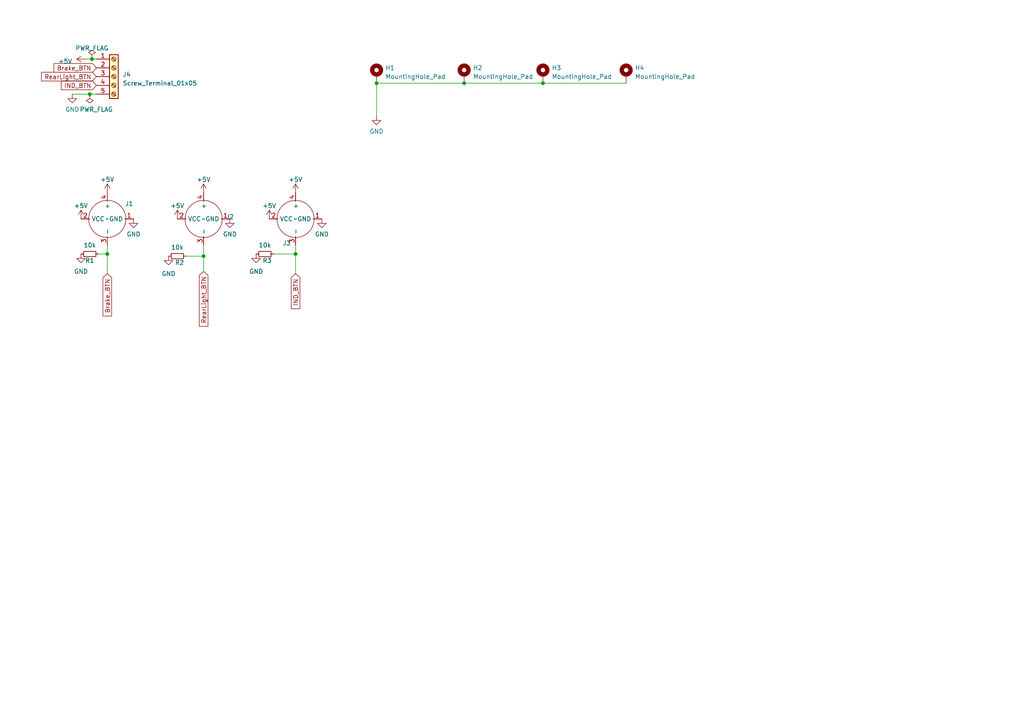
<source format=kicad_sch>
(kicad_sch (version 20230121) (generator eeschema)
  (paper "A4")
  (lib_symbols
    (symbol "Button_Switch:5V_LED_SWITCH"
      (property "Reference" "J" (at 0 0 0))
      (symbol "5V_LED_SWITCH_0_1"
        (circle (center 0 0) (radius 5.3882))
      )
      (symbol "5V_LED_SWITCH_1_1"
        (pin power_in line (at 7.62 0 180) (length 2.54) (name "GND") (number "1"))
        (pin power_in line (at -7.62 0 0) (length 2.54) (name "VCC") (number "2"))
        (pin output line (at 0 -7.62 90) (length 2.54) (name "-") (number "3"))
        (pin input line (at 0 7.62 270) (length 2.54) (name "+") (number "4"))
      )
    )
    (symbol "Connector:Screw_Terminal_01x05" (pin_names (offset 1.016) hide)
      (property "Reference" "J" (at 0 7.62 0))
      (property "Value" "Screw_Terminal_01x05" (at 0 -7.62 0))
      (symbol "Screw_Terminal_01x05_1_1"
        (rectangle (start -1.27 6.35) (end 1.27 -6.35) (stroke (width 0.254)) (fill (type background)))
        (circle (center 0 -5.08) (radius 0.635) (stroke (width 0.1524)))
        (circle (center 0 -2.54) (radius 0.635) (stroke (width 0.1524)))
        (polyline (pts (xy -0.5334 -4.7498) (xy 0.3302 -5.588)) (stroke (width 0.1524)))
        (polyline (pts (xy -0.5334 -2.2098) (xy 0.3302 -3.048)) (stroke (width 0.1524)))
        (polyline (pts (xy -0.5334 0.3302) (xy 0.3302 -0.508)) (stroke (width 0.1524)))
        (polyline (pts (xy -0.5334 2.8702) (xy 0.3302 2.032)) (stroke (width 0.1524)))
        (polyline (pts (xy -0.5334 5.4102) (xy 0.3302 4.572)) (stroke (width 0.1524)))
        (polyline (pts (xy -0.3556 -4.572) (xy 0.508 -5.4102)) (stroke (width 0.1524)))
        (polyline (pts (xy -0.3556 -2.032) (xy 0.508 -2.8702)) (stroke (width 0.1524)))
        (polyline (pts (xy -0.3556 0.508) (xy 0.508 -0.3302)) (stroke (width 0.1524)))
        (polyline (pts (xy -0.3556 3.048) (xy 0.508 2.2098)) (stroke (width 0.1524)))
        (polyline (pts (xy -0.3556 5.588) (xy 0.508 4.7498)) (stroke (width 0.1524)))
        (circle (center 0 0) (radius 0.635) (stroke (width 0.1524)))
        (circle (center 0 2.54) (radius 0.635) (stroke (width 0.1524)))
        (circle (center 0 5.08) (radius 0.635) (stroke (width 0.1524)))
        (pin passive line (at -5.08 5.08 0) (length 3.81) (name "Pin_1") (number "1"))
        (pin passive line (at -5.08 2.54 0) (length 3.81) (name "Pin_2") (number "2"))
        (pin passive line (at -5.08 0 0) (length 3.81) (name "Pin_3") (number "3"))
        (pin passive line (at -5.08 -2.54 0) (length 3.81) (name "Pin_4") (number "4"))
        (pin passive line (at -5.08 -5.08 0) (length 3.81) (name "Pin_5") (number "5"))
      )
    )
    (symbol "Device:R_Small" (pin_numbers hide) (pin_names (offset 0.254) hide)
      (property "Reference" "R" (at 0.762 0.508 0))
      (property "Value" "R_Small" (at 0.762 -1.016 0))
      (symbol "R_Small_0_1"
        (rectangle (start -0.762 1.778) (end 0.762 -1.778) (stroke (width 0.2032)))
      )
      (symbol "R_Small_1_1"
        (pin passive line (at 0 2.54 270) (length 0.762) (name "~") (number "1"))
        (pin passive line (at 0 -2.54 90) (length 0.762) (name "~") (number "2"))
      )
    )
    (symbol "Mechanical:MountingHole_Pad" (pin_numbers hide) (pin_names (offset 1.016) hide)
      (property "Reference" "H" (at 0 6.35 0))
      (property "Value" "MountingHole_Pad" (at 0 4.445 0))
      (symbol "MountingHole_Pad_0_1"
        (circle (center 0 1.27) (radius 1.27) (stroke (width 1.27)))
      )
      (symbol "MountingHole_Pad_1_1"
        (pin input line (at 0 -2.54 90) (length 2.54) (name "1") (number "1"))
      )
    )
    (symbol "power:+5V" (power) (pin_names (offset 0))
      (property "Value" "+5V" (at 0 3.556 0))
      (symbol "+5V_0_1"
        (polyline (pts (xy -0.762 1.27) (xy 0 2.54)))
        (polyline (pts (xy 0 0) (xy 0 2.54)))
        (polyline (pts (xy 0 2.54) (xy 0.762 1.27)))
      )
      (symbol "+5V_1_1"
        (pin power_in line (at 0 0 90) (length 0) hide (name "+5V") (number "1"))
      )
    )
    (symbol "power:GND" (power) (pin_names (offset 0))
      (property "Value" "GND" (at 0 -3.81 0))
      (symbol "GND_0_1"
        (polyline (pts (xy 0 0) (xy 0 -1.27) (xy 1.27 -1.27) (xy 0 -2.54) (xy -1.27 -1.27) (xy 0 -1.27)))
      )
      (symbol "GND_1_1"
        (pin power_in line (at 0 0 270) (length 0) hide (name "GND") (number "1"))
      )
    )
    (symbol "power:PWR_FLAG" (power) (pin_numbers hide) (pin_names (offset 0) hide)
      (property "Value" "PWR_FLAG" (at 0 3.81 0))
      (symbol "PWR_FLAG_0_0"
        (pin power_out line (at 0 0 90) (length 0) (name "pwr") (number "1"))
      )
      (symbol "PWR_FLAG_0_1"
        (polyline (pts (xy 0 0) (xy 0 1.27) (xy -1.016 1.905) (xy 0 2.54) (xy 1.016 1.905) (xy 0 1.27)))
      )
    )
  )
  (junction (at 59.055 74.295))
  (junction (at 157.48 24.13))
  (junction (at 85.725 73.66))
  (junction (at 109.22 24.13))
  (junction (at 26.035 27.305))
  (junction (at 31.115 73.66))
  (junction (at 134.62 24.13))
  (junction (at 26.67 17.145))
  (wire (pts (xy 85.725 73.66) (xy 85.725 71.12)))
  (wire (pts (xy 26.035 27.305) (xy 27.94 27.305)))
  (wire (pts (xy 24.765 17.145) (xy 26.67 17.145)))
  (wire (pts (xy 31.115 73.66) (xy 28.575 73.66)))
  (wire (pts (xy 20.955 27.305) (xy 26.035 27.305)))
  (wire (pts (xy 85.725 79.375) (xy 85.725 73.66)))
  (wire (pts (xy 59.055 78.74) (xy 59.055 74.295)))
  (wire (pts (xy 157.48 24.13) (xy 181.61 24.13)))
  (wire (pts (xy 134.62 24.13) (xy 157.48 24.13)))
  (wire (pts (xy 109.22 24.13) (xy 134.62 24.13)))
  (wire (pts (xy 85.725 73.66) (xy 79.375 73.66)))
  (wire (pts (xy 109.22 24.13) (xy 109.22 33.655)))
  (wire (pts (xy 31.115 79.375) (xy 31.115 73.66)))
  (wire (pts (xy 53.975 74.295) (xy 59.055 74.295)))
  (wire (pts (xy 26.67 17.145) (xy 27.94 17.145)))
  (wire (pts (xy 31.115 73.66) (xy 31.115 71.12)))
  (wire (pts (xy 59.055 74.295) (xy 59.055 71.12)))
  (global_label "Brake_BTN" (shape input) (at 31.115 79.375 270) (property "Intersheetrefs" "${INTERSHEET_REFS}" (effects hide)))
  (global_label "Brake_BTN" (shape input) (at 27.94 19.685 180) (property "Intersheetrefs" "${INTERSHEET_REFS}" (effects hide)))
  (global_label "IND_BTN" (shape input) (at 27.94 24.765 180) (property "Intersheetrefs" "${INTERSHEET_REFS}" (effects hide)))
  (global_label "IND_BTN" (shape input) (at 85.725 79.375 270) (property "Intersheetrefs" "${INTERSHEET_REFS}" (effects hide)))
  (global_label "RearLight_BTN" (shape input) (at 27.94 22.225 180) (property "Intersheetrefs" "${INTERSHEET_REFS}" (effects hide)))
  (global_label "RearLight_BTN" (shape input) (at 59.055 78.74 270) (property "Intersheetrefs" "${INTERSHEET_REFS}" (effects hide)))
  (symbol (lib_id "Device:R_Small") (at 26.035 73.66 270) (unit 1)
    (property "Reference" "R1" (at 26.035 75.565 90))
    (property "Value" "10k" (at 26.035 71.12 90))
    (property "Footprint" "Resistor_SMD:R_0603_1608Metric" (effects hide))
  )
  (symbol (lib_id "Button_Switch:5V_LED_SWITCH") (at 31.115 63.5 0) (unit 1)
    (property "Reference" "J1" (at 37.465 59.055 0))
    (property "Value" "~" (at 31.115 63.5 0))
    (property "Footprint" "Button_Switch:5V_LED_BTN" (effects hide))
  )
  (symbol (lib_id "Button_Switch:5V_LED_SWITCH") (at 59.055 63.5 0) (unit 1)
    (property "Reference" "J2" (at 66.675 62.9159 0))
    (property "Value" "~" (at 59.055 63.5 0))
    (property "Footprint" "Button_Switch:5V_LED_BTN" (effects hide))
  )
  (symbol (lib_id "power:GND") (at 93.345 63.5 0) (unit 1)
    (property "Reference" "#PWR09" (effects hide))
    (property "Value" "GND" (at 93.345 67.945 0))
  )
  (symbol (lib_id "Mechanical:MountingHole_Pad") (at 134.62 21.59 0) (unit 1)
    (property "Reference" "H2" (at 137.16 19.685 0) (effects (justify left)))
    (property "Value" "MountingHole_Pad" (at 137.16 22.225 0) (effects (justify left)))
    (property "Footprint" "MountingHole:MountingHole_3.2mm_M3_DIN965_Pad" (effects hide))
  )
  (symbol (lib_id "power:PWR_FLAG") (at 26.035 27.305 180) (unit 1)
    (property "Reference" "#FLG02" (effects hide))
    (property "Value" "PWR_FLAG" (at 27.94 31.75 0))
  )
  (symbol (lib_id "power:+5V") (at 78.105 63.5 0) (unit 1)
    (property "Reference" "#PWR05" (effects hide))
    (property "Value" "+5V" (at 78.105 59.69 0))
  )
  (symbol (lib_id "Device:R_Small") (at 76.835 73.66 270) (unit 1)
    (property "Reference" "R3" (at 77.47 75.565 90))
    (property "Value" "10k" (at 76.835 71.12 90))
    (property "Footprint" "Resistor_SMD:R_0603_1608Metric" (effects hide))
  )
  (symbol (lib_id "Device:R_Small") (at 51.435 74.295 270) (unit 1)
    (property "Reference" "R2" (at 52.07 76.2 90))
    (property "Value" "10k" (at 51.435 71.755 90))
    (property "Footprint" "Resistor_SMD:R_0603_1608Metric" (effects hide))
  )
  (symbol (lib_id "power:GND") (at 38.735 63.5 0) (unit 1)
    (property "Reference" "#PWR07" (effects hide))
    (property "Value" "GND" (at 38.735 67.945 0))
  )
  (symbol (lib_id "power:+5V") (at 24.765 17.145 90) (unit 1)
    (property "Reference" "#PWR01" (effects hide))
    (property "Value" "+5V" (at 20.955 17.78 90) (effects (justify left)))
  )
  (symbol (lib_id "power:GND") (at 66.675 63.5 0) (unit 1)
    (property "Reference" "#PWR08" (effects hide))
    (property "Value" "GND" (at 66.675 67.945 0))
  )
  (symbol (lib_id "power:GND") (at 74.295 73.66 0) (unit 1)
    (property "Reference" "#PWR011" (effects hide))
    (property "Value" "GND" (at 74.295 78.74 0))
  )
  (symbol (lib_id "power:GND") (at 20.955 27.305 0) (unit 1)
    (property "Reference" "#PWR02" (effects hide))
    (property "Value" "GND" (at 20.955 31.75 0))
  )
  (symbol (lib_id "Button_Switch:5V_LED_SWITCH") (at 85.725 63.5 0) (unit 1)
    (property "Reference" "J3" (at 83.185 70.485 0))
    (property "Value" "~" (at 85.725 63.5 0))
    (property "Footprint" "Button_Switch:5V_LED_BTN" (effects hide))
  )
  (symbol (lib_id "power:GND") (at 23.495 73.66 0) (unit 1)
    (property "Reference" "#PWR06" (effects hide))
    (property "Value" "GND" (at 23.495 78.74 0))
  )
  (symbol (lib_id "Mechanical:MountingHole_Pad") (at 181.61 21.59 0) (unit 1)
    (property "Reference" "H4" (at 184.15 19.685 0) (effects (justify left)))
    (property "Value" "MountingHole_Pad" (at 184.15 22.225 0) (effects (justify left)))
    (property "Footprint" "MountingHole:MountingHole_3.2mm_M3_DIN965_Pad" (effects hide))
  )
  (symbol (lib_id "power:+5V") (at 51.435 63.5 0) (unit 1)
    (property "Reference" "#PWR04" (effects hide))
    (property "Value" "+5V" (at 51.435 59.69 0))
  )
  (symbol (lib_id "power:GND") (at 109.22 33.655 0) (unit 1)
    (property "Reference" "#PWR015" (effects hide))
    (property "Value" "GND" (at 109.22 38.1 0))
  )
  (symbol (lib_id "Mechanical:MountingHole_Pad") (at 157.48 21.59 0) (unit 1)
    (property "Reference" "H3" (at 160.02 19.685 0) (effects (justify left)))
    (property "Value" "MountingHole_Pad" (at 160.02 22.225 0) (effects (justify left)))
    (property "Footprint" "MountingHole:MountingHole_3.2mm_M3_DIN965_Pad" (effects hide))
  )
  (symbol (lib_id "Mechanical:MountingHole_Pad") (at 109.22 21.59 0) (unit 1)
    (property "Reference" "H1" (at 111.76 19.685 0) (effects (justify left)))
    (property "Value" "MountingHole_Pad" (at 111.76 22.225 0) (effects (justify left)))
    (property "Footprint" "MountingHole:MountingHole_3.2mm_M3_DIN965_Pad" (effects hide))
  )
  (symbol (lib_id "power:GND") (at 48.895 74.295 0) (unit 1)
    (property "Reference" "#PWR010" (effects hide))
    (property "Value" "GND" (at 48.895 79.375 0))
  )
  (symbol (lib_id "Connector:Screw_Terminal_01x05") (at 33.02 22.225 0) (unit 1)
    (property "Reference" "J4" (at 35.56 21.59 0) (effects (justify left)))
    (property "Value" "Screw_Terminal_01x05" (at 35.56 24.13 0) (effects (justify left)))
    (property "Footprint" "TerminalBlock_TE-Connectivity:TerminalBlock_TE_282834-5_1x05_P2.54mm_Horizontal" (effects hide))
  )
  (symbol (lib_id "power:PWR_FLAG") (at 26.67 17.145 0) (unit 1)
    (property "Reference" "#FLG01" (effects hide))
    (property "Value" "PWR_FLAG" (at 26.67 13.97 0))
  )
  (symbol (lib_id "power:+5V") (at 23.495 63.5 0) (unit 1)
    (property "Reference" "#PWR03" (effects hide))
    (property "Value" "+5V" (at 23.495 59.69 0))
  )
  (symbol (lib_id "power:+5V") (at 31.115 55.88 0) (unit 1)
    (property "Reference" "#PWR012" (effects hide))
    (property "Value" "+5V" (at 31.115 52.07 0))
  )
  (symbol (lib_id "power:+5V") (at 85.725 55.88 0) (unit 1)
    (property "Reference" "#PWR014" (effects hide))
    (property "Value" "+5V" (at 85.725 52.07 0))
  )
  (symbol (lib_id "power:+5V") (at 59.055 55.88 0) (unit 1)
    (property "Reference" "#PWR013" (effects hide))
    (property "Value" "+5V" (at 59.055 52.07 0))
  )
)
</source>
